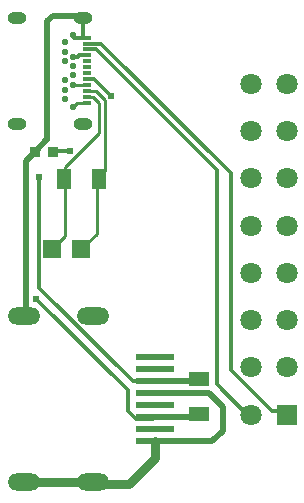
<source format=gtl>
G04 Layer: TopLayer*
G04 EasyEDA Pro v2.2.37.7, 2025-04-21 16:56:55*
G04 Gerber Generator version 0.3*
G04 Scale: 100 percent, Rotated: No, Reflected: No*
G04 Dimensions in millimeters*
G04 Leading zeros omitted, absolute positions, 4 integers and 5 decimals*
%FSLAX45Y45*%
%MOMM*%
%ADD10C,1.8*%
%ADD11R,1.8X1.8*%
%ADD12R,3.19999X0.55001*%
%ADD13O,2.75001X1.45001*%
%ADD14R,0.7X0.3*%
%ADD15C,0.55001*%
%ADD16O,1.6X1.0*%
%ADD17R,1.20752X1.70101*%
%ADD18R,0.80648X0.86401*%
%ADD19R,1.524X1.524*%
%ADD20R,1.70101X1.20752*%
%ADD21C,0.61*%
%ADD22C,0.254*%
%ADD23C,0.762*%
%ADD24C,0.3048*%
%ADD25C,0.508*%
G75*


G04 Pad Start*
G54D10*
G01X-20700200Y4651200D03*
G01X-20700200Y4251201D03*
G01X-20700200Y3851202D03*
G01X-20700200Y3451202D03*
G01X-20700200Y3051203D03*
G01X-20700200Y2651204D03*
G01X-20700200Y2251205D03*
G01X-20700200Y1851206D03*
G01X-20400188Y4651200D03*
G01X-20400188Y4251201D03*
G01X-20400188Y3851202D03*
G01X-20400188Y3451202D03*
G01X-20400188Y3051203D03*
G01X-20400188Y2651204D03*
G01X-20400188Y2251205D03*
G54D11*
G01X-20400213Y1851206D03*
G54D12*
G01X-21517597Y1624203D03*
G01X-21517597Y1726184D03*
G01X-21517597Y1828190D03*
G01X-21517597Y1930197D03*
G01X-21517597Y2032203D03*
G01X-21517597Y2134184D03*
G01X-21517597Y2236191D03*
G01X-21517597Y2338197D03*
G54D13*
G01X-22627603Y2686202D03*
G01X-22627603Y1276198D03*
G01X-22037611Y2686202D03*
G01X-22037611Y1276198D03*
G54D14*
G01X-22094342Y5042014D03*
G01X-22094342Y4992002D03*
G01X-22094342Y4941989D03*
G01X-22094342Y4892002D03*
G01X-22094342Y4841989D03*
G01X-22094342Y4792002D03*
G01X-22094342Y4741990D03*
G01X-22094342Y4692002D03*
G01X-22094342Y4641990D03*
G01X-22094342Y4592003D03*
G01X-22094342Y4541990D03*
G01X-22094342Y4492003D03*
G54D15*
G01X-22205848Y4457510D03*
G01X-22205848Y5067516D03*
G01X-22275851Y5002517D03*
G01X-22275851Y4522508D03*
G01X-22275851Y4922507D03*
G01X-22275851Y4602518D03*
G01X-22275851Y4842523D03*
G01X-22275851Y4682503D03*
G01X-22205848Y4882502D03*
G01X-22205848Y4642523D03*
G01X-22205848Y4802518D03*
G01X-22205848Y4722508D03*
G54D16*
G01X-22124848Y4312501D03*
G01X-22124848Y5212499D03*
G01X-22685858Y4312501D03*
G01X-22685858Y5212499D03*
G54D17*
G01X-22283979Y3848100D03*
G01X-21988221Y3848100D03*
G54D18*
G01X-22528936Y4076700D03*
G01X-22378264Y4076700D03*
G54D19*
G01X-22138094Y3251200D03*
G01X-22388106Y3251200D03*
G54D20*
G01X-21145500Y1858721D03*
G01X-21145500Y2154479D03*
G04 Pad End*

G04 Via Start*
G54D21*
G01X-22522872Y2833465D03*
G01X-21891142Y4552302D03*
G01X-22234042Y4082402D03*
G01X-22425700Y4195267D03*
G01X-22494260Y3860800D03*
G04 Via End*

G04 Track Start*
G54D22*
G01X-22094342Y4541990D02*
G01X-22043542Y4541990D01*
G01X-21992742Y4491190D01*
G01X-22094342Y4592003D02*
G01X-22018142Y4592003D01*
G01X-21941942Y4515803D01*
G54D23*
G01X-22037611Y1276198D02*
G01X-22627603Y1276198D01*
G54D24*
G01X-22125330Y5042014D02*
G01X-22125330Y5212017D01*
G54D22*
G01X-22125330Y5042014D02*
G01X-22094342Y5042014D01*
G54D25*
G01X-21517597Y1624203D02*
G01X-21032597Y1624203D01*
G01X-20942300Y1714500D02*
G01X-20942300Y1917700D01*
G01X-21032597Y1624203D02*
G01X-20942300Y1714500D01*
G01X-21517597Y2134184D02*
G01X-21165795Y2134184D01*
G01X-21145500Y2154479D01*
G01X-21311588Y2032203D02*
G01X-21517597Y2032203D01*
G01X-21056600Y2032000D02*
G01X-21311385Y2032000D01*
G01X-21311588Y2032203D01*
G54D24*
G01X-20738300Y1851206D02*
G01X-20993100Y2106006D01*
G01X-20700200Y1851205D02*
G01X-20738300Y1851206D01*
G01X-20993100Y2106006D02*
G01X-20993100Y3924300D01*
G01X-22010789Y4941989D01*
G01X-22094342Y4941989D01*
G54D22*
G01X-21941942Y4515803D02*
G01X-21941942Y3915258D01*
G01X-22009100Y3848100D01*
G01X-22009100Y3380194D01*
G01X-22138094Y3251200D01*
G01X-21992742Y4491190D02*
G01X-21992742Y4232758D01*
G01X-22094342Y4492003D02*
G01X-22171355Y4492003D01*
G01X-22205848Y4457510D01*
G01X-22094342Y4641990D02*
G01X-22205315Y4641990D01*
G01X-22205848Y4642523D01*
G54D24*
G01X-22094342Y4692002D02*
G01X-22030842Y4692002D01*
G01X-21891142Y4552302D01*
G54D22*
G01X-21992742Y4232758D02*
G01X-22275800Y3949700D01*
G01X-22275800Y3363506D01*
G01X-22388093Y3251200D01*
G54D24*
G01X-22169927Y4882502D02*
G01X-22205848Y4882502D01*
G01X-22094342Y4892002D02*
G01X-22160428Y4892002D01*
G01X-22169927Y4882502D01*
G54D22*
G01X-22091626Y4991100D02*
G01X-22094342Y4992002D01*
G01X-22093441Y4991100D02*
G01X-22094342Y4992002D01*
G54D25*
G01X-20942300Y1917700D02*
G01X-21056600Y2032000D01*
G54D23*
G01X-21517597Y1482103D02*
G01X-21736202Y1263498D01*
G01X-22024911Y1263498D01*
G01X-22037611Y1276198D01*
G01X-21517597Y1624203D02*
G01X-21517597Y1482103D01*
G54D24*
G01X-21517597Y1828190D02*
G01X-21529688Y1816100D01*
G01X-21678900Y1816100D01*
G01X-21742400Y1879600D01*
G01X-20400213Y1851205D02*
G01X-20400213Y1852370D01*
G01X-20425613Y1877769D01*
G01X-20521369Y1877769D01*
G01X-20874399Y2230799D01*
G01X-20874399Y3895663D01*
G01X-21969836Y4991100D01*
G01X-22091626Y4991100D01*
G01X-21742400Y1879600D02*
G01X-21742400Y2057400D01*
G01X-22518465Y2833465D01*
G01X-22522872Y2833465D01*
G54D25*
G01X-22627603Y2686202D02*
G01X-22606000Y2707805D01*
G01X-22606000Y3999636D01*
G01X-22528936Y4076700D01*
G01X-22520504Y4085133D02*
G01X-22425700Y4179937D01*
G01X-22425700Y4195267D01*
G54D24*
G01X-22234042Y4082402D02*
G01X-22372561Y4082402D01*
G01X-22378264Y4076700D01*
G54D25*
G01X-21516988Y1828800D02*
G01X-21188121Y1828800D01*
G01X-21158200Y1858721D01*
G01X-21145500Y1858721D01*
G01X-21517597Y1828190D02*
G01X-21516988Y1828800D01*
G54D24*
G01X-21517597Y2134184D02*
G01X-21704884Y2134184D01*
G01X-22494260Y2923560D01*
G01X-22494260Y3161905D01*
G01X-22494746Y3162391D01*
G01X-22494746Y3340009D01*
G01X-22494260Y3340495D01*
G01X-22494260Y3860800D01*
G54D25*
G01X-22425700Y5184100D02*
G01X-22425700Y4195267D01*
G01X-22374637Y5227498D02*
G01X-22425700Y5184100D01*
G01X-22124848Y5212499D02*
G01X-22139846Y5227498D01*
G01X-22374637Y5227498D01*
G54D22*
G01X-22205848Y5067516D02*
G01X-22201530Y5042014D01*
G54D24*
G01X-22201530Y5042014D02*
G01X-22125330Y5042014D01*
G04 Track End*

M02*


</source>
